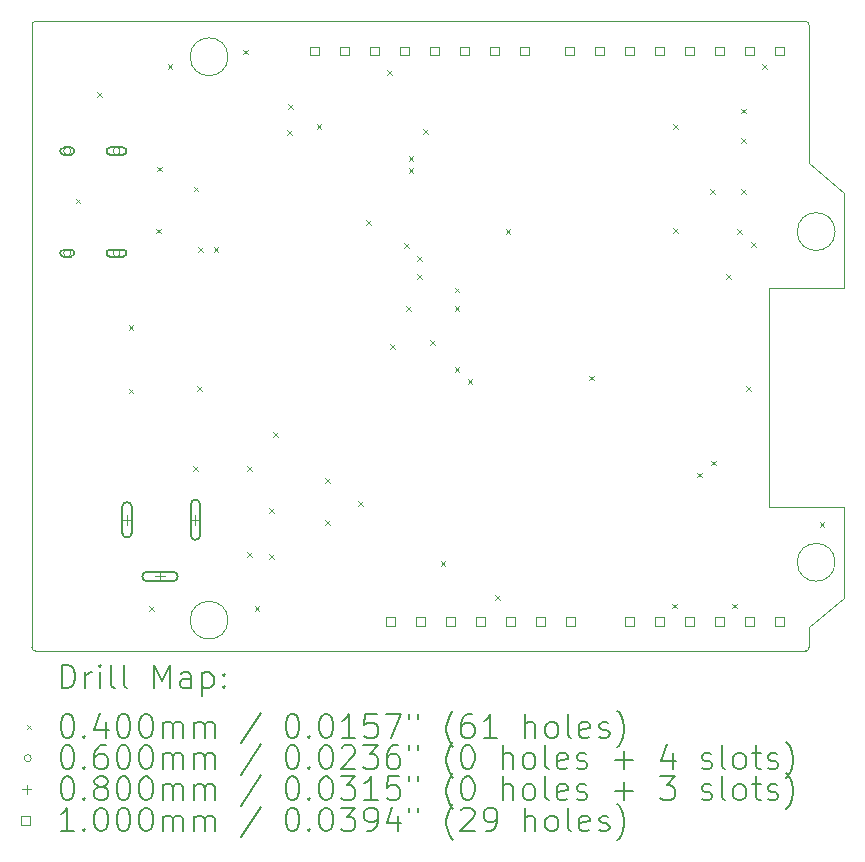
<source format=gbr>
%TF.GenerationSoftware,KiCad,Pcbnew,(6.0.9)*%
%TF.CreationDate,2023-07-14T01:44:06+02:00*%
%TF.ProjectId,Arduino_ESP,41726475-696e-46f5-9f45-53502e6b6963,rev?*%
%TF.SameCoordinates,Original*%
%TF.FileFunction,Drillmap*%
%TF.FilePolarity,Positive*%
%FSLAX45Y45*%
G04 Gerber Fmt 4.5, Leading zero omitted, Abs format (unit mm)*
G04 Created by KiCad (PCBNEW (6.0.9)) date 2023-07-14 01:44:06*
%MOMM*%
%LPD*%
G01*
G04 APERTURE LIST*
%ADD10C,0.100000*%
%ADD11C,0.200000*%
%ADD12C,0.040000*%
%ADD13C,0.060000*%
%ADD14C,0.080000*%
G04 APERTURE END LIST*
D10*
X18330000Y-11360000D02*
G75*
G03*
X18360000Y-11330000I0J30000D01*
G01*
X18360000Y-6060000D02*
X18360000Y-7230000D01*
X18360000Y-11330000D02*
X18360000Y-11160000D01*
X18580000Y-10610000D02*
G75*
G03*
X18580000Y-10610000I-160000J0D01*
G01*
X11780000Y-11330000D02*
G75*
G03*
X11810000Y-11360000I30000J0D01*
G01*
X18660000Y-8290000D02*
X18660000Y-7480000D01*
X13440000Y-6330000D02*
G75*
G03*
X13440000Y-6330000I-160000J0D01*
G01*
X18660000Y-10140000D02*
X18660000Y-10910000D01*
X18330000Y-6030000D02*
X11810000Y-6030000D01*
X18580000Y-7810000D02*
G75*
G03*
X18580000Y-7810000I-160000J0D01*
G01*
X18660000Y-10910000D02*
X18360000Y-11160000D01*
X11810000Y-11360000D02*
X18330000Y-11360000D01*
X11810000Y-6030000D02*
G75*
G03*
X11780000Y-6060000I0J-30000D01*
G01*
X13440000Y-11100000D02*
G75*
G03*
X13440000Y-11100000I-160000J0D01*
G01*
X18660000Y-7480000D02*
X18360000Y-7230000D01*
X18020000Y-10140000D02*
X18660000Y-10140000D01*
X18660000Y-8290000D02*
X18020000Y-8290000D01*
X18360000Y-6060000D02*
G75*
G03*
X18330000Y-6030000I-30000J0D01*
G01*
X18020000Y-8290000D02*
X18020000Y-10140000D01*
X11780000Y-6060000D02*
X11780000Y-11330000D01*
D11*
D12*
X12150000Y-7530000D02*
X12190000Y-7570000D01*
X12190000Y-7530000D02*
X12150000Y-7570000D01*
X12330000Y-6630000D02*
X12370000Y-6670000D01*
X12370000Y-6630000D02*
X12330000Y-6670000D01*
X12600000Y-8600000D02*
X12640000Y-8640000D01*
X12640000Y-8600000D02*
X12600000Y-8640000D01*
X12600000Y-9140000D02*
X12640000Y-9180000D01*
X12640000Y-9140000D02*
X12600000Y-9180000D01*
X12770000Y-10980000D02*
X12810000Y-11020000D01*
X12810000Y-10980000D02*
X12770000Y-11020000D01*
X12835000Y-7785000D02*
X12875000Y-7825000D01*
X12875000Y-7785000D02*
X12835000Y-7825000D01*
X12840000Y-7260000D02*
X12880000Y-7300000D01*
X12880000Y-7260000D02*
X12840000Y-7300000D01*
X12930000Y-6390000D02*
X12970000Y-6430000D01*
X12970000Y-6390000D02*
X12930000Y-6430000D01*
X13145000Y-9795000D02*
X13185000Y-9835000D01*
X13185000Y-9795000D02*
X13145000Y-9835000D01*
X13150000Y-7430000D02*
X13190000Y-7470000D01*
X13190000Y-7430000D02*
X13150000Y-7470000D01*
X13180000Y-9120000D02*
X13220000Y-9160000D01*
X13220000Y-9120000D02*
X13180000Y-9160000D01*
X13190000Y-7940000D02*
X13230000Y-7980000D01*
X13230000Y-7940000D02*
X13190000Y-7980000D01*
X13320000Y-7940000D02*
X13360000Y-7980000D01*
X13360000Y-7940000D02*
X13320000Y-7980000D01*
X13570000Y-6270000D02*
X13610000Y-6310000D01*
X13610000Y-6270000D02*
X13570000Y-6310000D01*
X13603750Y-9797500D02*
X13643750Y-9837500D01*
X13643750Y-9797500D02*
X13603750Y-9837500D01*
X13603750Y-10522500D02*
X13643750Y-10562500D01*
X13643750Y-10522500D02*
X13603750Y-10562500D01*
X13665000Y-10980000D02*
X13705000Y-11020000D01*
X13705000Y-10980000D02*
X13665000Y-11020000D01*
X13788750Y-10152500D02*
X13828750Y-10192500D01*
X13828750Y-10152500D02*
X13788750Y-10192500D01*
X13788750Y-10542500D02*
X13828750Y-10582500D01*
X13828750Y-10542500D02*
X13788750Y-10582500D01*
X13820000Y-9510000D02*
X13860000Y-9550000D01*
X13860000Y-9510000D02*
X13820000Y-9550000D01*
X13940000Y-6950000D02*
X13980000Y-6990000D01*
X13980000Y-6950000D02*
X13940000Y-6990000D01*
X13950000Y-6730000D02*
X13990000Y-6770000D01*
X13990000Y-6730000D02*
X13950000Y-6770000D01*
X14190000Y-6900000D02*
X14230000Y-6940000D01*
X14230000Y-6900000D02*
X14190000Y-6940000D01*
X14261250Y-9900000D02*
X14301250Y-9940000D01*
X14301250Y-9900000D02*
X14261250Y-9940000D01*
X14263750Y-10252500D02*
X14303750Y-10292500D01*
X14303750Y-10252500D02*
X14263750Y-10292500D01*
X14545000Y-10095000D02*
X14585000Y-10135000D01*
X14585000Y-10095000D02*
X14545000Y-10135000D01*
X14610000Y-7710000D02*
X14650000Y-7750000D01*
X14650000Y-7710000D02*
X14610000Y-7750000D01*
X14790000Y-6440000D02*
X14830000Y-6480000D01*
X14830000Y-6440000D02*
X14790000Y-6480000D01*
X14815000Y-8765000D02*
X14855000Y-8805000D01*
X14855000Y-8765000D02*
X14815000Y-8805000D01*
X14930000Y-7910000D02*
X14970000Y-7950000D01*
X14970000Y-7910000D02*
X14930000Y-7950000D01*
X14950050Y-8440000D02*
X14990050Y-8480000D01*
X14990050Y-8440000D02*
X14950050Y-8480000D01*
X14970000Y-7170000D02*
X15010000Y-7210000D01*
X15010000Y-7170000D02*
X14970000Y-7210000D01*
X14970000Y-7270000D02*
X15010000Y-7310000D01*
X15010000Y-7270000D02*
X14970000Y-7310000D01*
X15040000Y-8020000D02*
X15080000Y-8060000D01*
X15080000Y-8020000D02*
X15040000Y-8060000D01*
X15040000Y-8170000D02*
X15080000Y-8210000D01*
X15080000Y-8170000D02*
X15040000Y-8210000D01*
X15095000Y-6945000D02*
X15135000Y-6985000D01*
X15135000Y-6945000D02*
X15095000Y-6985000D01*
X15150000Y-8730000D02*
X15190000Y-8770000D01*
X15190000Y-8730000D02*
X15150000Y-8770000D01*
X15240000Y-10600000D02*
X15280000Y-10640000D01*
X15280000Y-10600000D02*
X15240000Y-10640000D01*
X15360000Y-8285000D02*
X15400000Y-8325000D01*
X15400000Y-8285000D02*
X15360000Y-8325000D01*
X15360000Y-8440000D02*
X15400000Y-8480000D01*
X15400000Y-8440000D02*
X15360000Y-8480000D01*
X15360000Y-8960000D02*
X15400000Y-9000000D01*
X15400000Y-8960000D02*
X15360000Y-9000000D01*
X15470000Y-9060000D02*
X15510000Y-9100000D01*
X15510000Y-9060000D02*
X15470000Y-9100000D01*
X15700000Y-10890000D02*
X15740000Y-10930000D01*
X15740000Y-10890000D02*
X15700000Y-10930000D01*
X15790000Y-7790000D02*
X15830000Y-7830000D01*
X15830000Y-7790000D02*
X15790000Y-7830000D01*
X16500000Y-9030000D02*
X16540000Y-9070000D01*
X16540000Y-9030000D02*
X16500000Y-9070000D01*
X17200000Y-10960000D02*
X17240000Y-11000000D01*
X17240000Y-10960000D02*
X17200000Y-11000000D01*
X17210000Y-6900000D02*
X17250000Y-6940000D01*
X17250000Y-6900000D02*
X17210000Y-6940000D01*
X17210000Y-7780000D02*
X17250000Y-7820000D01*
X17250000Y-7780000D02*
X17210000Y-7820000D01*
X17410000Y-9850000D02*
X17450000Y-9890000D01*
X17450000Y-9850000D02*
X17410000Y-9890000D01*
X17520000Y-7450000D02*
X17560000Y-7490000D01*
X17560000Y-7450000D02*
X17520000Y-7490000D01*
X17530000Y-9750000D02*
X17570000Y-9790000D01*
X17570000Y-9750000D02*
X17530000Y-9790000D01*
X17660000Y-8170000D02*
X17700000Y-8210000D01*
X17700000Y-8170000D02*
X17660000Y-8210000D01*
X17710000Y-10960000D02*
X17750000Y-11000000D01*
X17750000Y-10960000D02*
X17710000Y-11000000D01*
X17750000Y-7790000D02*
X17790000Y-7830000D01*
X17790000Y-7790000D02*
X17750000Y-7830000D01*
X17782500Y-6770000D02*
X17822500Y-6810000D01*
X17822500Y-6770000D02*
X17782500Y-6810000D01*
X17782500Y-7020000D02*
X17822500Y-7060000D01*
X17822500Y-7020000D02*
X17782500Y-7060000D01*
X17782500Y-7450000D02*
X17822500Y-7490000D01*
X17822500Y-7450000D02*
X17782500Y-7490000D01*
X17830000Y-9120000D02*
X17870000Y-9160000D01*
X17870000Y-9120000D02*
X17830000Y-9160000D01*
X17870000Y-7900000D02*
X17910000Y-7940000D01*
X17910000Y-7900000D02*
X17870000Y-7940000D01*
X17960000Y-6390000D02*
X18000000Y-6430000D01*
X18000000Y-6390000D02*
X17960000Y-6430000D01*
X18450000Y-10270000D02*
X18490000Y-10310000D01*
X18490000Y-10270000D02*
X18450000Y-10310000D01*
D13*
X12109000Y-7128000D02*
G75*
G03*
X12109000Y-7128000I-30000J0D01*
G01*
D11*
X12109000Y-7098000D02*
X12049000Y-7098000D01*
X12109000Y-7158000D02*
X12049000Y-7158000D01*
X12049000Y-7098000D02*
G75*
G03*
X12049000Y-7158000I0J-30000D01*
G01*
X12109000Y-7158000D02*
G75*
G03*
X12109000Y-7098000I0J30000D01*
G01*
D13*
X12109000Y-7992000D02*
G75*
G03*
X12109000Y-7992000I-30000J0D01*
G01*
D11*
X12109000Y-7962000D02*
X12049000Y-7962000D01*
X12109000Y-8022000D02*
X12049000Y-8022000D01*
X12049000Y-7962000D02*
G75*
G03*
X12049000Y-8022000I0J-30000D01*
G01*
X12109000Y-8022000D02*
G75*
G03*
X12109000Y-7962000I0J30000D01*
G01*
D13*
X12527000Y-7128000D02*
G75*
G03*
X12527000Y-7128000I-30000J0D01*
G01*
D11*
X12552000Y-7098000D02*
X12442000Y-7098000D01*
X12552000Y-7158000D02*
X12442000Y-7158000D01*
X12442000Y-7098000D02*
G75*
G03*
X12442000Y-7158000I0J-30000D01*
G01*
X12552000Y-7158000D02*
G75*
G03*
X12552000Y-7098000I0J30000D01*
G01*
D13*
X12527000Y-7992000D02*
G75*
G03*
X12527000Y-7992000I-30000J0D01*
G01*
D11*
X12552000Y-7962000D02*
X12442000Y-7962000D01*
X12552000Y-8022000D02*
X12442000Y-8022000D01*
X12442000Y-7962000D02*
G75*
G03*
X12442000Y-8022000I0J-30000D01*
G01*
X12552000Y-8022000D02*
G75*
G03*
X12552000Y-7962000I0J30000D01*
G01*
D14*
X12585000Y-10210000D02*
X12585000Y-10290000D01*
X12545000Y-10250000D02*
X12625000Y-10250000D01*
D11*
X12545000Y-10140000D02*
X12545000Y-10360000D01*
X12625000Y-10140000D02*
X12625000Y-10360000D01*
X12545000Y-10360000D02*
G75*
G03*
X12625000Y-10360000I40000J0D01*
G01*
X12625000Y-10140000D02*
G75*
G03*
X12545000Y-10140000I-40000J0D01*
G01*
D14*
X12865000Y-10690000D02*
X12865000Y-10770000D01*
X12825000Y-10730000D02*
X12905000Y-10730000D01*
D11*
X12755000Y-10770000D02*
X12975000Y-10770000D01*
X12755000Y-10690000D02*
X12975000Y-10690000D01*
X12975000Y-10770000D02*
G75*
G03*
X12975000Y-10690000I0J40000D01*
G01*
X12755000Y-10690000D02*
G75*
G03*
X12755000Y-10770000I0J-40000D01*
G01*
D14*
X13165000Y-10210000D02*
X13165000Y-10290000D01*
X13125000Y-10250000D02*
X13205000Y-10250000D01*
D11*
X13125000Y-10120000D02*
X13125000Y-10380000D01*
X13205000Y-10120000D02*
X13205000Y-10380000D01*
X13125000Y-10380000D02*
G75*
G03*
X13205000Y-10380000I40000J0D01*
G01*
X13205000Y-10120000D02*
G75*
G03*
X13125000Y-10120000I-40000J0D01*
G01*
D10*
X14207356Y-6315356D02*
X14207356Y-6244644D01*
X14136644Y-6244644D01*
X14136644Y-6315356D01*
X14207356Y-6315356D01*
X14461356Y-6315356D02*
X14461356Y-6244644D01*
X14390644Y-6244644D01*
X14390644Y-6315356D01*
X14461356Y-6315356D01*
X14715356Y-6315356D02*
X14715356Y-6244644D01*
X14644644Y-6244644D01*
X14644644Y-6315356D01*
X14715356Y-6315356D01*
X14851356Y-11145356D02*
X14851356Y-11074644D01*
X14780644Y-11074644D01*
X14780644Y-11145356D01*
X14851356Y-11145356D01*
X14969356Y-6315356D02*
X14969356Y-6244644D01*
X14898644Y-6244644D01*
X14898644Y-6315356D01*
X14969356Y-6315356D01*
X15105356Y-11145356D02*
X15105356Y-11074644D01*
X15034644Y-11074644D01*
X15034644Y-11145356D01*
X15105356Y-11145356D01*
X15223356Y-6315356D02*
X15223356Y-6244644D01*
X15152644Y-6244644D01*
X15152644Y-6315356D01*
X15223356Y-6315356D01*
X15359356Y-11145356D02*
X15359356Y-11074644D01*
X15288644Y-11074644D01*
X15288644Y-11145356D01*
X15359356Y-11145356D01*
X15477356Y-6315356D02*
X15477356Y-6244644D01*
X15406644Y-6244644D01*
X15406644Y-6315356D01*
X15477356Y-6315356D01*
X15613356Y-11145356D02*
X15613356Y-11074644D01*
X15542644Y-11074644D01*
X15542644Y-11145356D01*
X15613356Y-11145356D01*
X15731356Y-6315356D02*
X15731356Y-6244644D01*
X15660644Y-6244644D01*
X15660644Y-6315356D01*
X15731356Y-6315356D01*
X15867356Y-11145356D02*
X15867356Y-11074644D01*
X15796644Y-11074644D01*
X15796644Y-11145356D01*
X15867356Y-11145356D01*
X15985356Y-6315356D02*
X15985356Y-6244644D01*
X15914644Y-6244644D01*
X15914644Y-6315356D01*
X15985356Y-6315356D01*
X16121356Y-11145356D02*
X16121356Y-11074644D01*
X16050644Y-11074644D01*
X16050644Y-11145356D01*
X16121356Y-11145356D01*
X16367356Y-6315356D02*
X16367356Y-6244644D01*
X16296644Y-6244644D01*
X16296644Y-6315356D01*
X16367356Y-6315356D01*
X16375356Y-11145356D02*
X16375356Y-11074644D01*
X16304644Y-11074644D01*
X16304644Y-11145356D01*
X16375356Y-11145356D01*
X16621356Y-6315356D02*
X16621356Y-6244644D01*
X16550644Y-6244644D01*
X16550644Y-6315356D01*
X16621356Y-6315356D01*
X16875356Y-6315356D02*
X16875356Y-6244644D01*
X16804644Y-6244644D01*
X16804644Y-6315356D01*
X16875356Y-6315356D01*
X16875356Y-11145356D02*
X16875356Y-11074644D01*
X16804644Y-11074644D01*
X16804644Y-11145356D01*
X16875356Y-11145356D01*
X17129356Y-6315356D02*
X17129356Y-6244644D01*
X17058644Y-6244644D01*
X17058644Y-6315356D01*
X17129356Y-6315356D01*
X17129356Y-11145356D02*
X17129356Y-11074644D01*
X17058644Y-11074644D01*
X17058644Y-11145356D01*
X17129356Y-11145356D01*
X17383356Y-6315356D02*
X17383356Y-6244644D01*
X17312644Y-6244644D01*
X17312644Y-6315356D01*
X17383356Y-6315356D01*
X17383356Y-11145356D02*
X17383356Y-11074644D01*
X17312644Y-11074644D01*
X17312644Y-11145356D01*
X17383356Y-11145356D01*
X17637356Y-6315356D02*
X17637356Y-6244644D01*
X17566644Y-6244644D01*
X17566644Y-6315356D01*
X17637356Y-6315356D01*
X17637356Y-11145356D02*
X17637356Y-11074644D01*
X17566644Y-11074644D01*
X17566644Y-11145356D01*
X17637356Y-11145356D01*
X17891356Y-6315356D02*
X17891356Y-6244644D01*
X17820644Y-6244644D01*
X17820644Y-6315356D01*
X17891356Y-6315356D01*
X17891356Y-11145356D02*
X17891356Y-11074644D01*
X17820644Y-11074644D01*
X17820644Y-11145356D01*
X17891356Y-11145356D01*
X18145356Y-6315356D02*
X18145356Y-6244644D01*
X18074644Y-6244644D01*
X18074644Y-6315356D01*
X18145356Y-6315356D01*
X18145356Y-11145356D02*
X18145356Y-11074644D01*
X18074644Y-11074644D01*
X18074644Y-11145356D01*
X18145356Y-11145356D01*
D11*
X12032619Y-11675476D02*
X12032619Y-11475476D01*
X12080238Y-11475476D01*
X12108809Y-11485000D01*
X12127857Y-11504048D01*
X12137381Y-11523095D01*
X12146905Y-11561190D01*
X12146905Y-11589762D01*
X12137381Y-11627857D01*
X12127857Y-11646905D01*
X12108809Y-11665952D01*
X12080238Y-11675476D01*
X12032619Y-11675476D01*
X12232619Y-11675476D02*
X12232619Y-11542143D01*
X12232619Y-11580238D02*
X12242143Y-11561190D01*
X12251667Y-11551667D01*
X12270714Y-11542143D01*
X12289762Y-11542143D01*
X12356428Y-11675476D02*
X12356428Y-11542143D01*
X12356428Y-11475476D02*
X12346905Y-11485000D01*
X12356428Y-11494524D01*
X12365952Y-11485000D01*
X12356428Y-11475476D01*
X12356428Y-11494524D01*
X12480238Y-11675476D02*
X12461190Y-11665952D01*
X12451667Y-11646905D01*
X12451667Y-11475476D01*
X12585000Y-11675476D02*
X12565952Y-11665952D01*
X12556428Y-11646905D01*
X12556428Y-11475476D01*
X12813571Y-11675476D02*
X12813571Y-11475476D01*
X12880238Y-11618333D01*
X12946905Y-11475476D01*
X12946905Y-11675476D01*
X13127857Y-11675476D02*
X13127857Y-11570714D01*
X13118333Y-11551667D01*
X13099286Y-11542143D01*
X13061190Y-11542143D01*
X13042143Y-11551667D01*
X13127857Y-11665952D02*
X13108809Y-11675476D01*
X13061190Y-11675476D01*
X13042143Y-11665952D01*
X13032619Y-11646905D01*
X13032619Y-11627857D01*
X13042143Y-11608809D01*
X13061190Y-11599286D01*
X13108809Y-11599286D01*
X13127857Y-11589762D01*
X13223095Y-11542143D02*
X13223095Y-11742143D01*
X13223095Y-11551667D02*
X13242143Y-11542143D01*
X13280238Y-11542143D01*
X13299286Y-11551667D01*
X13308809Y-11561190D01*
X13318333Y-11580238D01*
X13318333Y-11637381D01*
X13308809Y-11656428D01*
X13299286Y-11665952D01*
X13280238Y-11675476D01*
X13242143Y-11675476D01*
X13223095Y-11665952D01*
X13404048Y-11656428D02*
X13413571Y-11665952D01*
X13404048Y-11675476D01*
X13394524Y-11665952D01*
X13404048Y-11656428D01*
X13404048Y-11675476D01*
X13404048Y-11551667D02*
X13413571Y-11561190D01*
X13404048Y-11570714D01*
X13394524Y-11561190D01*
X13404048Y-11551667D01*
X13404048Y-11570714D01*
D12*
X11735000Y-11985000D02*
X11775000Y-12025000D01*
X11775000Y-11985000D02*
X11735000Y-12025000D01*
D11*
X12070714Y-11895476D02*
X12089762Y-11895476D01*
X12108809Y-11905000D01*
X12118333Y-11914524D01*
X12127857Y-11933571D01*
X12137381Y-11971667D01*
X12137381Y-12019286D01*
X12127857Y-12057381D01*
X12118333Y-12076428D01*
X12108809Y-12085952D01*
X12089762Y-12095476D01*
X12070714Y-12095476D01*
X12051667Y-12085952D01*
X12042143Y-12076428D01*
X12032619Y-12057381D01*
X12023095Y-12019286D01*
X12023095Y-11971667D01*
X12032619Y-11933571D01*
X12042143Y-11914524D01*
X12051667Y-11905000D01*
X12070714Y-11895476D01*
X12223095Y-12076428D02*
X12232619Y-12085952D01*
X12223095Y-12095476D01*
X12213571Y-12085952D01*
X12223095Y-12076428D01*
X12223095Y-12095476D01*
X12404048Y-11962143D02*
X12404048Y-12095476D01*
X12356428Y-11885952D02*
X12308809Y-12028809D01*
X12432619Y-12028809D01*
X12546905Y-11895476D02*
X12565952Y-11895476D01*
X12585000Y-11905000D01*
X12594524Y-11914524D01*
X12604048Y-11933571D01*
X12613571Y-11971667D01*
X12613571Y-12019286D01*
X12604048Y-12057381D01*
X12594524Y-12076428D01*
X12585000Y-12085952D01*
X12565952Y-12095476D01*
X12546905Y-12095476D01*
X12527857Y-12085952D01*
X12518333Y-12076428D01*
X12508809Y-12057381D01*
X12499286Y-12019286D01*
X12499286Y-11971667D01*
X12508809Y-11933571D01*
X12518333Y-11914524D01*
X12527857Y-11905000D01*
X12546905Y-11895476D01*
X12737381Y-11895476D02*
X12756428Y-11895476D01*
X12775476Y-11905000D01*
X12785000Y-11914524D01*
X12794524Y-11933571D01*
X12804048Y-11971667D01*
X12804048Y-12019286D01*
X12794524Y-12057381D01*
X12785000Y-12076428D01*
X12775476Y-12085952D01*
X12756428Y-12095476D01*
X12737381Y-12095476D01*
X12718333Y-12085952D01*
X12708809Y-12076428D01*
X12699286Y-12057381D01*
X12689762Y-12019286D01*
X12689762Y-11971667D01*
X12699286Y-11933571D01*
X12708809Y-11914524D01*
X12718333Y-11905000D01*
X12737381Y-11895476D01*
X12889762Y-12095476D02*
X12889762Y-11962143D01*
X12889762Y-11981190D02*
X12899286Y-11971667D01*
X12918333Y-11962143D01*
X12946905Y-11962143D01*
X12965952Y-11971667D01*
X12975476Y-11990714D01*
X12975476Y-12095476D01*
X12975476Y-11990714D02*
X12985000Y-11971667D01*
X13004048Y-11962143D01*
X13032619Y-11962143D01*
X13051667Y-11971667D01*
X13061190Y-11990714D01*
X13061190Y-12095476D01*
X13156428Y-12095476D02*
X13156428Y-11962143D01*
X13156428Y-11981190D02*
X13165952Y-11971667D01*
X13185000Y-11962143D01*
X13213571Y-11962143D01*
X13232619Y-11971667D01*
X13242143Y-11990714D01*
X13242143Y-12095476D01*
X13242143Y-11990714D02*
X13251667Y-11971667D01*
X13270714Y-11962143D01*
X13299286Y-11962143D01*
X13318333Y-11971667D01*
X13327857Y-11990714D01*
X13327857Y-12095476D01*
X13718333Y-11885952D02*
X13546905Y-12143095D01*
X13975476Y-11895476D02*
X13994524Y-11895476D01*
X14013571Y-11905000D01*
X14023095Y-11914524D01*
X14032619Y-11933571D01*
X14042143Y-11971667D01*
X14042143Y-12019286D01*
X14032619Y-12057381D01*
X14023095Y-12076428D01*
X14013571Y-12085952D01*
X13994524Y-12095476D01*
X13975476Y-12095476D01*
X13956428Y-12085952D01*
X13946905Y-12076428D01*
X13937381Y-12057381D01*
X13927857Y-12019286D01*
X13927857Y-11971667D01*
X13937381Y-11933571D01*
X13946905Y-11914524D01*
X13956428Y-11905000D01*
X13975476Y-11895476D01*
X14127857Y-12076428D02*
X14137381Y-12085952D01*
X14127857Y-12095476D01*
X14118333Y-12085952D01*
X14127857Y-12076428D01*
X14127857Y-12095476D01*
X14261190Y-11895476D02*
X14280238Y-11895476D01*
X14299286Y-11905000D01*
X14308809Y-11914524D01*
X14318333Y-11933571D01*
X14327857Y-11971667D01*
X14327857Y-12019286D01*
X14318333Y-12057381D01*
X14308809Y-12076428D01*
X14299286Y-12085952D01*
X14280238Y-12095476D01*
X14261190Y-12095476D01*
X14242143Y-12085952D01*
X14232619Y-12076428D01*
X14223095Y-12057381D01*
X14213571Y-12019286D01*
X14213571Y-11971667D01*
X14223095Y-11933571D01*
X14232619Y-11914524D01*
X14242143Y-11905000D01*
X14261190Y-11895476D01*
X14518333Y-12095476D02*
X14404048Y-12095476D01*
X14461190Y-12095476D02*
X14461190Y-11895476D01*
X14442143Y-11924048D01*
X14423095Y-11943095D01*
X14404048Y-11952619D01*
X14699286Y-11895476D02*
X14604048Y-11895476D01*
X14594524Y-11990714D01*
X14604048Y-11981190D01*
X14623095Y-11971667D01*
X14670714Y-11971667D01*
X14689762Y-11981190D01*
X14699286Y-11990714D01*
X14708809Y-12009762D01*
X14708809Y-12057381D01*
X14699286Y-12076428D01*
X14689762Y-12085952D01*
X14670714Y-12095476D01*
X14623095Y-12095476D01*
X14604048Y-12085952D01*
X14594524Y-12076428D01*
X14775476Y-11895476D02*
X14908809Y-11895476D01*
X14823095Y-12095476D01*
X14975476Y-11895476D02*
X14975476Y-11933571D01*
X15051667Y-11895476D02*
X15051667Y-11933571D01*
X15346905Y-12171667D02*
X15337381Y-12162143D01*
X15318333Y-12133571D01*
X15308809Y-12114524D01*
X15299286Y-12085952D01*
X15289762Y-12038333D01*
X15289762Y-12000238D01*
X15299286Y-11952619D01*
X15308809Y-11924048D01*
X15318333Y-11905000D01*
X15337381Y-11876428D01*
X15346905Y-11866905D01*
X15508809Y-11895476D02*
X15470714Y-11895476D01*
X15451667Y-11905000D01*
X15442143Y-11914524D01*
X15423095Y-11943095D01*
X15413571Y-11981190D01*
X15413571Y-12057381D01*
X15423095Y-12076428D01*
X15432619Y-12085952D01*
X15451667Y-12095476D01*
X15489762Y-12095476D01*
X15508809Y-12085952D01*
X15518333Y-12076428D01*
X15527857Y-12057381D01*
X15527857Y-12009762D01*
X15518333Y-11990714D01*
X15508809Y-11981190D01*
X15489762Y-11971667D01*
X15451667Y-11971667D01*
X15432619Y-11981190D01*
X15423095Y-11990714D01*
X15413571Y-12009762D01*
X15718333Y-12095476D02*
X15604048Y-12095476D01*
X15661190Y-12095476D02*
X15661190Y-11895476D01*
X15642143Y-11924048D01*
X15623095Y-11943095D01*
X15604048Y-11952619D01*
X15956428Y-12095476D02*
X15956428Y-11895476D01*
X16042143Y-12095476D02*
X16042143Y-11990714D01*
X16032619Y-11971667D01*
X16013571Y-11962143D01*
X15985000Y-11962143D01*
X15965952Y-11971667D01*
X15956428Y-11981190D01*
X16165952Y-12095476D02*
X16146905Y-12085952D01*
X16137381Y-12076428D01*
X16127857Y-12057381D01*
X16127857Y-12000238D01*
X16137381Y-11981190D01*
X16146905Y-11971667D01*
X16165952Y-11962143D01*
X16194524Y-11962143D01*
X16213571Y-11971667D01*
X16223095Y-11981190D01*
X16232619Y-12000238D01*
X16232619Y-12057381D01*
X16223095Y-12076428D01*
X16213571Y-12085952D01*
X16194524Y-12095476D01*
X16165952Y-12095476D01*
X16346905Y-12095476D02*
X16327857Y-12085952D01*
X16318333Y-12066905D01*
X16318333Y-11895476D01*
X16499286Y-12085952D02*
X16480238Y-12095476D01*
X16442143Y-12095476D01*
X16423095Y-12085952D01*
X16413571Y-12066905D01*
X16413571Y-11990714D01*
X16423095Y-11971667D01*
X16442143Y-11962143D01*
X16480238Y-11962143D01*
X16499286Y-11971667D01*
X16508809Y-11990714D01*
X16508809Y-12009762D01*
X16413571Y-12028809D01*
X16585000Y-12085952D02*
X16604048Y-12095476D01*
X16642143Y-12095476D01*
X16661190Y-12085952D01*
X16670714Y-12066905D01*
X16670714Y-12057381D01*
X16661190Y-12038333D01*
X16642143Y-12028809D01*
X16613571Y-12028809D01*
X16594524Y-12019286D01*
X16585000Y-12000238D01*
X16585000Y-11990714D01*
X16594524Y-11971667D01*
X16613571Y-11962143D01*
X16642143Y-11962143D01*
X16661190Y-11971667D01*
X16737381Y-12171667D02*
X16746905Y-12162143D01*
X16765952Y-12133571D01*
X16775476Y-12114524D01*
X16785000Y-12085952D01*
X16794524Y-12038333D01*
X16794524Y-12000238D01*
X16785000Y-11952619D01*
X16775476Y-11924048D01*
X16765952Y-11905000D01*
X16746905Y-11876428D01*
X16737381Y-11866905D01*
D13*
X11775000Y-12269000D02*
G75*
G03*
X11775000Y-12269000I-30000J0D01*
G01*
D11*
X12070714Y-12159476D02*
X12089762Y-12159476D01*
X12108809Y-12169000D01*
X12118333Y-12178524D01*
X12127857Y-12197571D01*
X12137381Y-12235667D01*
X12137381Y-12283286D01*
X12127857Y-12321381D01*
X12118333Y-12340428D01*
X12108809Y-12349952D01*
X12089762Y-12359476D01*
X12070714Y-12359476D01*
X12051667Y-12349952D01*
X12042143Y-12340428D01*
X12032619Y-12321381D01*
X12023095Y-12283286D01*
X12023095Y-12235667D01*
X12032619Y-12197571D01*
X12042143Y-12178524D01*
X12051667Y-12169000D01*
X12070714Y-12159476D01*
X12223095Y-12340428D02*
X12232619Y-12349952D01*
X12223095Y-12359476D01*
X12213571Y-12349952D01*
X12223095Y-12340428D01*
X12223095Y-12359476D01*
X12404048Y-12159476D02*
X12365952Y-12159476D01*
X12346905Y-12169000D01*
X12337381Y-12178524D01*
X12318333Y-12207095D01*
X12308809Y-12245190D01*
X12308809Y-12321381D01*
X12318333Y-12340428D01*
X12327857Y-12349952D01*
X12346905Y-12359476D01*
X12385000Y-12359476D01*
X12404048Y-12349952D01*
X12413571Y-12340428D01*
X12423095Y-12321381D01*
X12423095Y-12273762D01*
X12413571Y-12254714D01*
X12404048Y-12245190D01*
X12385000Y-12235667D01*
X12346905Y-12235667D01*
X12327857Y-12245190D01*
X12318333Y-12254714D01*
X12308809Y-12273762D01*
X12546905Y-12159476D02*
X12565952Y-12159476D01*
X12585000Y-12169000D01*
X12594524Y-12178524D01*
X12604048Y-12197571D01*
X12613571Y-12235667D01*
X12613571Y-12283286D01*
X12604048Y-12321381D01*
X12594524Y-12340428D01*
X12585000Y-12349952D01*
X12565952Y-12359476D01*
X12546905Y-12359476D01*
X12527857Y-12349952D01*
X12518333Y-12340428D01*
X12508809Y-12321381D01*
X12499286Y-12283286D01*
X12499286Y-12235667D01*
X12508809Y-12197571D01*
X12518333Y-12178524D01*
X12527857Y-12169000D01*
X12546905Y-12159476D01*
X12737381Y-12159476D02*
X12756428Y-12159476D01*
X12775476Y-12169000D01*
X12785000Y-12178524D01*
X12794524Y-12197571D01*
X12804048Y-12235667D01*
X12804048Y-12283286D01*
X12794524Y-12321381D01*
X12785000Y-12340428D01*
X12775476Y-12349952D01*
X12756428Y-12359476D01*
X12737381Y-12359476D01*
X12718333Y-12349952D01*
X12708809Y-12340428D01*
X12699286Y-12321381D01*
X12689762Y-12283286D01*
X12689762Y-12235667D01*
X12699286Y-12197571D01*
X12708809Y-12178524D01*
X12718333Y-12169000D01*
X12737381Y-12159476D01*
X12889762Y-12359476D02*
X12889762Y-12226143D01*
X12889762Y-12245190D02*
X12899286Y-12235667D01*
X12918333Y-12226143D01*
X12946905Y-12226143D01*
X12965952Y-12235667D01*
X12975476Y-12254714D01*
X12975476Y-12359476D01*
X12975476Y-12254714D02*
X12985000Y-12235667D01*
X13004048Y-12226143D01*
X13032619Y-12226143D01*
X13051667Y-12235667D01*
X13061190Y-12254714D01*
X13061190Y-12359476D01*
X13156428Y-12359476D02*
X13156428Y-12226143D01*
X13156428Y-12245190D02*
X13165952Y-12235667D01*
X13185000Y-12226143D01*
X13213571Y-12226143D01*
X13232619Y-12235667D01*
X13242143Y-12254714D01*
X13242143Y-12359476D01*
X13242143Y-12254714D02*
X13251667Y-12235667D01*
X13270714Y-12226143D01*
X13299286Y-12226143D01*
X13318333Y-12235667D01*
X13327857Y-12254714D01*
X13327857Y-12359476D01*
X13718333Y-12149952D02*
X13546905Y-12407095D01*
X13975476Y-12159476D02*
X13994524Y-12159476D01*
X14013571Y-12169000D01*
X14023095Y-12178524D01*
X14032619Y-12197571D01*
X14042143Y-12235667D01*
X14042143Y-12283286D01*
X14032619Y-12321381D01*
X14023095Y-12340428D01*
X14013571Y-12349952D01*
X13994524Y-12359476D01*
X13975476Y-12359476D01*
X13956428Y-12349952D01*
X13946905Y-12340428D01*
X13937381Y-12321381D01*
X13927857Y-12283286D01*
X13927857Y-12235667D01*
X13937381Y-12197571D01*
X13946905Y-12178524D01*
X13956428Y-12169000D01*
X13975476Y-12159476D01*
X14127857Y-12340428D02*
X14137381Y-12349952D01*
X14127857Y-12359476D01*
X14118333Y-12349952D01*
X14127857Y-12340428D01*
X14127857Y-12359476D01*
X14261190Y-12159476D02*
X14280238Y-12159476D01*
X14299286Y-12169000D01*
X14308809Y-12178524D01*
X14318333Y-12197571D01*
X14327857Y-12235667D01*
X14327857Y-12283286D01*
X14318333Y-12321381D01*
X14308809Y-12340428D01*
X14299286Y-12349952D01*
X14280238Y-12359476D01*
X14261190Y-12359476D01*
X14242143Y-12349952D01*
X14232619Y-12340428D01*
X14223095Y-12321381D01*
X14213571Y-12283286D01*
X14213571Y-12235667D01*
X14223095Y-12197571D01*
X14232619Y-12178524D01*
X14242143Y-12169000D01*
X14261190Y-12159476D01*
X14404048Y-12178524D02*
X14413571Y-12169000D01*
X14432619Y-12159476D01*
X14480238Y-12159476D01*
X14499286Y-12169000D01*
X14508809Y-12178524D01*
X14518333Y-12197571D01*
X14518333Y-12216619D01*
X14508809Y-12245190D01*
X14394524Y-12359476D01*
X14518333Y-12359476D01*
X14585000Y-12159476D02*
X14708809Y-12159476D01*
X14642143Y-12235667D01*
X14670714Y-12235667D01*
X14689762Y-12245190D01*
X14699286Y-12254714D01*
X14708809Y-12273762D01*
X14708809Y-12321381D01*
X14699286Y-12340428D01*
X14689762Y-12349952D01*
X14670714Y-12359476D01*
X14613571Y-12359476D01*
X14594524Y-12349952D01*
X14585000Y-12340428D01*
X14880238Y-12159476D02*
X14842143Y-12159476D01*
X14823095Y-12169000D01*
X14813571Y-12178524D01*
X14794524Y-12207095D01*
X14785000Y-12245190D01*
X14785000Y-12321381D01*
X14794524Y-12340428D01*
X14804048Y-12349952D01*
X14823095Y-12359476D01*
X14861190Y-12359476D01*
X14880238Y-12349952D01*
X14889762Y-12340428D01*
X14899286Y-12321381D01*
X14899286Y-12273762D01*
X14889762Y-12254714D01*
X14880238Y-12245190D01*
X14861190Y-12235667D01*
X14823095Y-12235667D01*
X14804048Y-12245190D01*
X14794524Y-12254714D01*
X14785000Y-12273762D01*
X14975476Y-12159476D02*
X14975476Y-12197571D01*
X15051667Y-12159476D02*
X15051667Y-12197571D01*
X15346905Y-12435667D02*
X15337381Y-12426143D01*
X15318333Y-12397571D01*
X15308809Y-12378524D01*
X15299286Y-12349952D01*
X15289762Y-12302333D01*
X15289762Y-12264238D01*
X15299286Y-12216619D01*
X15308809Y-12188048D01*
X15318333Y-12169000D01*
X15337381Y-12140428D01*
X15346905Y-12130905D01*
X15461190Y-12159476D02*
X15480238Y-12159476D01*
X15499286Y-12169000D01*
X15508809Y-12178524D01*
X15518333Y-12197571D01*
X15527857Y-12235667D01*
X15527857Y-12283286D01*
X15518333Y-12321381D01*
X15508809Y-12340428D01*
X15499286Y-12349952D01*
X15480238Y-12359476D01*
X15461190Y-12359476D01*
X15442143Y-12349952D01*
X15432619Y-12340428D01*
X15423095Y-12321381D01*
X15413571Y-12283286D01*
X15413571Y-12235667D01*
X15423095Y-12197571D01*
X15432619Y-12178524D01*
X15442143Y-12169000D01*
X15461190Y-12159476D01*
X15765952Y-12359476D02*
X15765952Y-12159476D01*
X15851667Y-12359476D02*
X15851667Y-12254714D01*
X15842143Y-12235667D01*
X15823095Y-12226143D01*
X15794524Y-12226143D01*
X15775476Y-12235667D01*
X15765952Y-12245190D01*
X15975476Y-12359476D02*
X15956428Y-12349952D01*
X15946905Y-12340428D01*
X15937381Y-12321381D01*
X15937381Y-12264238D01*
X15946905Y-12245190D01*
X15956428Y-12235667D01*
X15975476Y-12226143D01*
X16004048Y-12226143D01*
X16023095Y-12235667D01*
X16032619Y-12245190D01*
X16042143Y-12264238D01*
X16042143Y-12321381D01*
X16032619Y-12340428D01*
X16023095Y-12349952D01*
X16004048Y-12359476D01*
X15975476Y-12359476D01*
X16156428Y-12359476D02*
X16137381Y-12349952D01*
X16127857Y-12330905D01*
X16127857Y-12159476D01*
X16308809Y-12349952D02*
X16289762Y-12359476D01*
X16251667Y-12359476D01*
X16232619Y-12349952D01*
X16223095Y-12330905D01*
X16223095Y-12254714D01*
X16232619Y-12235667D01*
X16251667Y-12226143D01*
X16289762Y-12226143D01*
X16308809Y-12235667D01*
X16318333Y-12254714D01*
X16318333Y-12273762D01*
X16223095Y-12292809D01*
X16394524Y-12349952D02*
X16413571Y-12359476D01*
X16451667Y-12359476D01*
X16470714Y-12349952D01*
X16480238Y-12330905D01*
X16480238Y-12321381D01*
X16470714Y-12302333D01*
X16451667Y-12292809D01*
X16423095Y-12292809D01*
X16404048Y-12283286D01*
X16394524Y-12264238D01*
X16394524Y-12254714D01*
X16404048Y-12235667D01*
X16423095Y-12226143D01*
X16451667Y-12226143D01*
X16470714Y-12235667D01*
X16718333Y-12283286D02*
X16870714Y-12283286D01*
X16794524Y-12359476D02*
X16794524Y-12207095D01*
X17204048Y-12226143D02*
X17204048Y-12359476D01*
X17156429Y-12149952D02*
X17108810Y-12292809D01*
X17232619Y-12292809D01*
X17451667Y-12349952D02*
X17470714Y-12359476D01*
X17508810Y-12359476D01*
X17527857Y-12349952D01*
X17537381Y-12330905D01*
X17537381Y-12321381D01*
X17527857Y-12302333D01*
X17508810Y-12292809D01*
X17480238Y-12292809D01*
X17461190Y-12283286D01*
X17451667Y-12264238D01*
X17451667Y-12254714D01*
X17461190Y-12235667D01*
X17480238Y-12226143D01*
X17508810Y-12226143D01*
X17527857Y-12235667D01*
X17651667Y-12359476D02*
X17632619Y-12349952D01*
X17623095Y-12330905D01*
X17623095Y-12159476D01*
X17756429Y-12359476D02*
X17737381Y-12349952D01*
X17727857Y-12340428D01*
X17718333Y-12321381D01*
X17718333Y-12264238D01*
X17727857Y-12245190D01*
X17737381Y-12235667D01*
X17756429Y-12226143D01*
X17785000Y-12226143D01*
X17804048Y-12235667D01*
X17813571Y-12245190D01*
X17823095Y-12264238D01*
X17823095Y-12321381D01*
X17813571Y-12340428D01*
X17804048Y-12349952D01*
X17785000Y-12359476D01*
X17756429Y-12359476D01*
X17880238Y-12226143D02*
X17956429Y-12226143D01*
X17908810Y-12159476D02*
X17908810Y-12330905D01*
X17918333Y-12349952D01*
X17937381Y-12359476D01*
X17956429Y-12359476D01*
X18013571Y-12349952D02*
X18032619Y-12359476D01*
X18070714Y-12359476D01*
X18089762Y-12349952D01*
X18099286Y-12330905D01*
X18099286Y-12321381D01*
X18089762Y-12302333D01*
X18070714Y-12292809D01*
X18042143Y-12292809D01*
X18023095Y-12283286D01*
X18013571Y-12264238D01*
X18013571Y-12254714D01*
X18023095Y-12235667D01*
X18042143Y-12226143D01*
X18070714Y-12226143D01*
X18089762Y-12235667D01*
X18165952Y-12435667D02*
X18175476Y-12426143D01*
X18194524Y-12397571D01*
X18204048Y-12378524D01*
X18213571Y-12349952D01*
X18223095Y-12302333D01*
X18223095Y-12264238D01*
X18213571Y-12216619D01*
X18204048Y-12188048D01*
X18194524Y-12169000D01*
X18175476Y-12140428D01*
X18165952Y-12130905D01*
D14*
X11735000Y-12493000D02*
X11735000Y-12573000D01*
X11695000Y-12533000D02*
X11775000Y-12533000D01*
D11*
X12070714Y-12423476D02*
X12089762Y-12423476D01*
X12108809Y-12433000D01*
X12118333Y-12442524D01*
X12127857Y-12461571D01*
X12137381Y-12499667D01*
X12137381Y-12547286D01*
X12127857Y-12585381D01*
X12118333Y-12604428D01*
X12108809Y-12613952D01*
X12089762Y-12623476D01*
X12070714Y-12623476D01*
X12051667Y-12613952D01*
X12042143Y-12604428D01*
X12032619Y-12585381D01*
X12023095Y-12547286D01*
X12023095Y-12499667D01*
X12032619Y-12461571D01*
X12042143Y-12442524D01*
X12051667Y-12433000D01*
X12070714Y-12423476D01*
X12223095Y-12604428D02*
X12232619Y-12613952D01*
X12223095Y-12623476D01*
X12213571Y-12613952D01*
X12223095Y-12604428D01*
X12223095Y-12623476D01*
X12346905Y-12509190D02*
X12327857Y-12499667D01*
X12318333Y-12490143D01*
X12308809Y-12471095D01*
X12308809Y-12461571D01*
X12318333Y-12442524D01*
X12327857Y-12433000D01*
X12346905Y-12423476D01*
X12385000Y-12423476D01*
X12404048Y-12433000D01*
X12413571Y-12442524D01*
X12423095Y-12461571D01*
X12423095Y-12471095D01*
X12413571Y-12490143D01*
X12404048Y-12499667D01*
X12385000Y-12509190D01*
X12346905Y-12509190D01*
X12327857Y-12518714D01*
X12318333Y-12528238D01*
X12308809Y-12547286D01*
X12308809Y-12585381D01*
X12318333Y-12604428D01*
X12327857Y-12613952D01*
X12346905Y-12623476D01*
X12385000Y-12623476D01*
X12404048Y-12613952D01*
X12413571Y-12604428D01*
X12423095Y-12585381D01*
X12423095Y-12547286D01*
X12413571Y-12528238D01*
X12404048Y-12518714D01*
X12385000Y-12509190D01*
X12546905Y-12423476D02*
X12565952Y-12423476D01*
X12585000Y-12433000D01*
X12594524Y-12442524D01*
X12604048Y-12461571D01*
X12613571Y-12499667D01*
X12613571Y-12547286D01*
X12604048Y-12585381D01*
X12594524Y-12604428D01*
X12585000Y-12613952D01*
X12565952Y-12623476D01*
X12546905Y-12623476D01*
X12527857Y-12613952D01*
X12518333Y-12604428D01*
X12508809Y-12585381D01*
X12499286Y-12547286D01*
X12499286Y-12499667D01*
X12508809Y-12461571D01*
X12518333Y-12442524D01*
X12527857Y-12433000D01*
X12546905Y-12423476D01*
X12737381Y-12423476D02*
X12756428Y-12423476D01*
X12775476Y-12433000D01*
X12785000Y-12442524D01*
X12794524Y-12461571D01*
X12804048Y-12499667D01*
X12804048Y-12547286D01*
X12794524Y-12585381D01*
X12785000Y-12604428D01*
X12775476Y-12613952D01*
X12756428Y-12623476D01*
X12737381Y-12623476D01*
X12718333Y-12613952D01*
X12708809Y-12604428D01*
X12699286Y-12585381D01*
X12689762Y-12547286D01*
X12689762Y-12499667D01*
X12699286Y-12461571D01*
X12708809Y-12442524D01*
X12718333Y-12433000D01*
X12737381Y-12423476D01*
X12889762Y-12623476D02*
X12889762Y-12490143D01*
X12889762Y-12509190D02*
X12899286Y-12499667D01*
X12918333Y-12490143D01*
X12946905Y-12490143D01*
X12965952Y-12499667D01*
X12975476Y-12518714D01*
X12975476Y-12623476D01*
X12975476Y-12518714D02*
X12985000Y-12499667D01*
X13004048Y-12490143D01*
X13032619Y-12490143D01*
X13051667Y-12499667D01*
X13061190Y-12518714D01*
X13061190Y-12623476D01*
X13156428Y-12623476D02*
X13156428Y-12490143D01*
X13156428Y-12509190D02*
X13165952Y-12499667D01*
X13185000Y-12490143D01*
X13213571Y-12490143D01*
X13232619Y-12499667D01*
X13242143Y-12518714D01*
X13242143Y-12623476D01*
X13242143Y-12518714D02*
X13251667Y-12499667D01*
X13270714Y-12490143D01*
X13299286Y-12490143D01*
X13318333Y-12499667D01*
X13327857Y-12518714D01*
X13327857Y-12623476D01*
X13718333Y-12413952D02*
X13546905Y-12671095D01*
X13975476Y-12423476D02*
X13994524Y-12423476D01*
X14013571Y-12433000D01*
X14023095Y-12442524D01*
X14032619Y-12461571D01*
X14042143Y-12499667D01*
X14042143Y-12547286D01*
X14032619Y-12585381D01*
X14023095Y-12604428D01*
X14013571Y-12613952D01*
X13994524Y-12623476D01*
X13975476Y-12623476D01*
X13956428Y-12613952D01*
X13946905Y-12604428D01*
X13937381Y-12585381D01*
X13927857Y-12547286D01*
X13927857Y-12499667D01*
X13937381Y-12461571D01*
X13946905Y-12442524D01*
X13956428Y-12433000D01*
X13975476Y-12423476D01*
X14127857Y-12604428D02*
X14137381Y-12613952D01*
X14127857Y-12623476D01*
X14118333Y-12613952D01*
X14127857Y-12604428D01*
X14127857Y-12623476D01*
X14261190Y-12423476D02*
X14280238Y-12423476D01*
X14299286Y-12433000D01*
X14308809Y-12442524D01*
X14318333Y-12461571D01*
X14327857Y-12499667D01*
X14327857Y-12547286D01*
X14318333Y-12585381D01*
X14308809Y-12604428D01*
X14299286Y-12613952D01*
X14280238Y-12623476D01*
X14261190Y-12623476D01*
X14242143Y-12613952D01*
X14232619Y-12604428D01*
X14223095Y-12585381D01*
X14213571Y-12547286D01*
X14213571Y-12499667D01*
X14223095Y-12461571D01*
X14232619Y-12442524D01*
X14242143Y-12433000D01*
X14261190Y-12423476D01*
X14394524Y-12423476D02*
X14518333Y-12423476D01*
X14451667Y-12499667D01*
X14480238Y-12499667D01*
X14499286Y-12509190D01*
X14508809Y-12518714D01*
X14518333Y-12537762D01*
X14518333Y-12585381D01*
X14508809Y-12604428D01*
X14499286Y-12613952D01*
X14480238Y-12623476D01*
X14423095Y-12623476D01*
X14404048Y-12613952D01*
X14394524Y-12604428D01*
X14708809Y-12623476D02*
X14594524Y-12623476D01*
X14651667Y-12623476D02*
X14651667Y-12423476D01*
X14632619Y-12452048D01*
X14613571Y-12471095D01*
X14594524Y-12480619D01*
X14889762Y-12423476D02*
X14794524Y-12423476D01*
X14785000Y-12518714D01*
X14794524Y-12509190D01*
X14813571Y-12499667D01*
X14861190Y-12499667D01*
X14880238Y-12509190D01*
X14889762Y-12518714D01*
X14899286Y-12537762D01*
X14899286Y-12585381D01*
X14889762Y-12604428D01*
X14880238Y-12613952D01*
X14861190Y-12623476D01*
X14813571Y-12623476D01*
X14794524Y-12613952D01*
X14785000Y-12604428D01*
X14975476Y-12423476D02*
X14975476Y-12461571D01*
X15051667Y-12423476D02*
X15051667Y-12461571D01*
X15346905Y-12699667D02*
X15337381Y-12690143D01*
X15318333Y-12661571D01*
X15308809Y-12642524D01*
X15299286Y-12613952D01*
X15289762Y-12566333D01*
X15289762Y-12528238D01*
X15299286Y-12480619D01*
X15308809Y-12452048D01*
X15318333Y-12433000D01*
X15337381Y-12404428D01*
X15346905Y-12394905D01*
X15461190Y-12423476D02*
X15480238Y-12423476D01*
X15499286Y-12433000D01*
X15508809Y-12442524D01*
X15518333Y-12461571D01*
X15527857Y-12499667D01*
X15527857Y-12547286D01*
X15518333Y-12585381D01*
X15508809Y-12604428D01*
X15499286Y-12613952D01*
X15480238Y-12623476D01*
X15461190Y-12623476D01*
X15442143Y-12613952D01*
X15432619Y-12604428D01*
X15423095Y-12585381D01*
X15413571Y-12547286D01*
X15413571Y-12499667D01*
X15423095Y-12461571D01*
X15432619Y-12442524D01*
X15442143Y-12433000D01*
X15461190Y-12423476D01*
X15765952Y-12623476D02*
X15765952Y-12423476D01*
X15851667Y-12623476D02*
X15851667Y-12518714D01*
X15842143Y-12499667D01*
X15823095Y-12490143D01*
X15794524Y-12490143D01*
X15775476Y-12499667D01*
X15765952Y-12509190D01*
X15975476Y-12623476D02*
X15956428Y-12613952D01*
X15946905Y-12604428D01*
X15937381Y-12585381D01*
X15937381Y-12528238D01*
X15946905Y-12509190D01*
X15956428Y-12499667D01*
X15975476Y-12490143D01*
X16004048Y-12490143D01*
X16023095Y-12499667D01*
X16032619Y-12509190D01*
X16042143Y-12528238D01*
X16042143Y-12585381D01*
X16032619Y-12604428D01*
X16023095Y-12613952D01*
X16004048Y-12623476D01*
X15975476Y-12623476D01*
X16156428Y-12623476D02*
X16137381Y-12613952D01*
X16127857Y-12594905D01*
X16127857Y-12423476D01*
X16308809Y-12613952D02*
X16289762Y-12623476D01*
X16251667Y-12623476D01*
X16232619Y-12613952D01*
X16223095Y-12594905D01*
X16223095Y-12518714D01*
X16232619Y-12499667D01*
X16251667Y-12490143D01*
X16289762Y-12490143D01*
X16308809Y-12499667D01*
X16318333Y-12518714D01*
X16318333Y-12537762D01*
X16223095Y-12556809D01*
X16394524Y-12613952D02*
X16413571Y-12623476D01*
X16451667Y-12623476D01*
X16470714Y-12613952D01*
X16480238Y-12594905D01*
X16480238Y-12585381D01*
X16470714Y-12566333D01*
X16451667Y-12556809D01*
X16423095Y-12556809D01*
X16404048Y-12547286D01*
X16394524Y-12528238D01*
X16394524Y-12518714D01*
X16404048Y-12499667D01*
X16423095Y-12490143D01*
X16451667Y-12490143D01*
X16470714Y-12499667D01*
X16718333Y-12547286D02*
X16870714Y-12547286D01*
X16794524Y-12623476D02*
X16794524Y-12471095D01*
X17099286Y-12423476D02*
X17223095Y-12423476D01*
X17156429Y-12499667D01*
X17185000Y-12499667D01*
X17204048Y-12509190D01*
X17213571Y-12518714D01*
X17223095Y-12537762D01*
X17223095Y-12585381D01*
X17213571Y-12604428D01*
X17204048Y-12613952D01*
X17185000Y-12623476D01*
X17127857Y-12623476D01*
X17108810Y-12613952D01*
X17099286Y-12604428D01*
X17451667Y-12613952D02*
X17470714Y-12623476D01*
X17508810Y-12623476D01*
X17527857Y-12613952D01*
X17537381Y-12594905D01*
X17537381Y-12585381D01*
X17527857Y-12566333D01*
X17508810Y-12556809D01*
X17480238Y-12556809D01*
X17461190Y-12547286D01*
X17451667Y-12528238D01*
X17451667Y-12518714D01*
X17461190Y-12499667D01*
X17480238Y-12490143D01*
X17508810Y-12490143D01*
X17527857Y-12499667D01*
X17651667Y-12623476D02*
X17632619Y-12613952D01*
X17623095Y-12594905D01*
X17623095Y-12423476D01*
X17756429Y-12623476D02*
X17737381Y-12613952D01*
X17727857Y-12604428D01*
X17718333Y-12585381D01*
X17718333Y-12528238D01*
X17727857Y-12509190D01*
X17737381Y-12499667D01*
X17756429Y-12490143D01*
X17785000Y-12490143D01*
X17804048Y-12499667D01*
X17813571Y-12509190D01*
X17823095Y-12528238D01*
X17823095Y-12585381D01*
X17813571Y-12604428D01*
X17804048Y-12613952D01*
X17785000Y-12623476D01*
X17756429Y-12623476D01*
X17880238Y-12490143D02*
X17956429Y-12490143D01*
X17908810Y-12423476D02*
X17908810Y-12594905D01*
X17918333Y-12613952D01*
X17937381Y-12623476D01*
X17956429Y-12623476D01*
X18013571Y-12613952D02*
X18032619Y-12623476D01*
X18070714Y-12623476D01*
X18089762Y-12613952D01*
X18099286Y-12594905D01*
X18099286Y-12585381D01*
X18089762Y-12566333D01*
X18070714Y-12556809D01*
X18042143Y-12556809D01*
X18023095Y-12547286D01*
X18013571Y-12528238D01*
X18013571Y-12518714D01*
X18023095Y-12499667D01*
X18042143Y-12490143D01*
X18070714Y-12490143D01*
X18089762Y-12499667D01*
X18165952Y-12699667D02*
X18175476Y-12690143D01*
X18194524Y-12661571D01*
X18204048Y-12642524D01*
X18213571Y-12613952D01*
X18223095Y-12566333D01*
X18223095Y-12528238D01*
X18213571Y-12480619D01*
X18204048Y-12452048D01*
X18194524Y-12433000D01*
X18175476Y-12404428D01*
X18165952Y-12394905D01*
D10*
X11760356Y-12832356D02*
X11760356Y-12761644D01*
X11689644Y-12761644D01*
X11689644Y-12832356D01*
X11760356Y-12832356D01*
D11*
X12137381Y-12887476D02*
X12023095Y-12887476D01*
X12080238Y-12887476D02*
X12080238Y-12687476D01*
X12061190Y-12716048D01*
X12042143Y-12735095D01*
X12023095Y-12744619D01*
X12223095Y-12868428D02*
X12232619Y-12877952D01*
X12223095Y-12887476D01*
X12213571Y-12877952D01*
X12223095Y-12868428D01*
X12223095Y-12887476D01*
X12356428Y-12687476D02*
X12375476Y-12687476D01*
X12394524Y-12697000D01*
X12404048Y-12706524D01*
X12413571Y-12725571D01*
X12423095Y-12763667D01*
X12423095Y-12811286D01*
X12413571Y-12849381D01*
X12404048Y-12868428D01*
X12394524Y-12877952D01*
X12375476Y-12887476D01*
X12356428Y-12887476D01*
X12337381Y-12877952D01*
X12327857Y-12868428D01*
X12318333Y-12849381D01*
X12308809Y-12811286D01*
X12308809Y-12763667D01*
X12318333Y-12725571D01*
X12327857Y-12706524D01*
X12337381Y-12697000D01*
X12356428Y-12687476D01*
X12546905Y-12687476D02*
X12565952Y-12687476D01*
X12585000Y-12697000D01*
X12594524Y-12706524D01*
X12604048Y-12725571D01*
X12613571Y-12763667D01*
X12613571Y-12811286D01*
X12604048Y-12849381D01*
X12594524Y-12868428D01*
X12585000Y-12877952D01*
X12565952Y-12887476D01*
X12546905Y-12887476D01*
X12527857Y-12877952D01*
X12518333Y-12868428D01*
X12508809Y-12849381D01*
X12499286Y-12811286D01*
X12499286Y-12763667D01*
X12508809Y-12725571D01*
X12518333Y-12706524D01*
X12527857Y-12697000D01*
X12546905Y-12687476D01*
X12737381Y-12687476D02*
X12756428Y-12687476D01*
X12775476Y-12697000D01*
X12785000Y-12706524D01*
X12794524Y-12725571D01*
X12804048Y-12763667D01*
X12804048Y-12811286D01*
X12794524Y-12849381D01*
X12785000Y-12868428D01*
X12775476Y-12877952D01*
X12756428Y-12887476D01*
X12737381Y-12887476D01*
X12718333Y-12877952D01*
X12708809Y-12868428D01*
X12699286Y-12849381D01*
X12689762Y-12811286D01*
X12689762Y-12763667D01*
X12699286Y-12725571D01*
X12708809Y-12706524D01*
X12718333Y-12697000D01*
X12737381Y-12687476D01*
X12889762Y-12887476D02*
X12889762Y-12754143D01*
X12889762Y-12773190D02*
X12899286Y-12763667D01*
X12918333Y-12754143D01*
X12946905Y-12754143D01*
X12965952Y-12763667D01*
X12975476Y-12782714D01*
X12975476Y-12887476D01*
X12975476Y-12782714D02*
X12985000Y-12763667D01*
X13004048Y-12754143D01*
X13032619Y-12754143D01*
X13051667Y-12763667D01*
X13061190Y-12782714D01*
X13061190Y-12887476D01*
X13156428Y-12887476D02*
X13156428Y-12754143D01*
X13156428Y-12773190D02*
X13165952Y-12763667D01*
X13185000Y-12754143D01*
X13213571Y-12754143D01*
X13232619Y-12763667D01*
X13242143Y-12782714D01*
X13242143Y-12887476D01*
X13242143Y-12782714D02*
X13251667Y-12763667D01*
X13270714Y-12754143D01*
X13299286Y-12754143D01*
X13318333Y-12763667D01*
X13327857Y-12782714D01*
X13327857Y-12887476D01*
X13718333Y-12677952D02*
X13546905Y-12935095D01*
X13975476Y-12687476D02*
X13994524Y-12687476D01*
X14013571Y-12697000D01*
X14023095Y-12706524D01*
X14032619Y-12725571D01*
X14042143Y-12763667D01*
X14042143Y-12811286D01*
X14032619Y-12849381D01*
X14023095Y-12868428D01*
X14013571Y-12877952D01*
X13994524Y-12887476D01*
X13975476Y-12887476D01*
X13956428Y-12877952D01*
X13946905Y-12868428D01*
X13937381Y-12849381D01*
X13927857Y-12811286D01*
X13927857Y-12763667D01*
X13937381Y-12725571D01*
X13946905Y-12706524D01*
X13956428Y-12697000D01*
X13975476Y-12687476D01*
X14127857Y-12868428D02*
X14137381Y-12877952D01*
X14127857Y-12887476D01*
X14118333Y-12877952D01*
X14127857Y-12868428D01*
X14127857Y-12887476D01*
X14261190Y-12687476D02*
X14280238Y-12687476D01*
X14299286Y-12697000D01*
X14308809Y-12706524D01*
X14318333Y-12725571D01*
X14327857Y-12763667D01*
X14327857Y-12811286D01*
X14318333Y-12849381D01*
X14308809Y-12868428D01*
X14299286Y-12877952D01*
X14280238Y-12887476D01*
X14261190Y-12887476D01*
X14242143Y-12877952D01*
X14232619Y-12868428D01*
X14223095Y-12849381D01*
X14213571Y-12811286D01*
X14213571Y-12763667D01*
X14223095Y-12725571D01*
X14232619Y-12706524D01*
X14242143Y-12697000D01*
X14261190Y-12687476D01*
X14394524Y-12687476D02*
X14518333Y-12687476D01*
X14451667Y-12763667D01*
X14480238Y-12763667D01*
X14499286Y-12773190D01*
X14508809Y-12782714D01*
X14518333Y-12801762D01*
X14518333Y-12849381D01*
X14508809Y-12868428D01*
X14499286Y-12877952D01*
X14480238Y-12887476D01*
X14423095Y-12887476D01*
X14404048Y-12877952D01*
X14394524Y-12868428D01*
X14613571Y-12887476D02*
X14651667Y-12887476D01*
X14670714Y-12877952D01*
X14680238Y-12868428D01*
X14699286Y-12839857D01*
X14708809Y-12801762D01*
X14708809Y-12725571D01*
X14699286Y-12706524D01*
X14689762Y-12697000D01*
X14670714Y-12687476D01*
X14632619Y-12687476D01*
X14613571Y-12697000D01*
X14604048Y-12706524D01*
X14594524Y-12725571D01*
X14594524Y-12773190D01*
X14604048Y-12792238D01*
X14613571Y-12801762D01*
X14632619Y-12811286D01*
X14670714Y-12811286D01*
X14689762Y-12801762D01*
X14699286Y-12792238D01*
X14708809Y-12773190D01*
X14880238Y-12754143D02*
X14880238Y-12887476D01*
X14832619Y-12677952D02*
X14785000Y-12820809D01*
X14908809Y-12820809D01*
X14975476Y-12687476D02*
X14975476Y-12725571D01*
X15051667Y-12687476D02*
X15051667Y-12725571D01*
X15346905Y-12963667D02*
X15337381Y-12954143D01*
X15318333Y-12925571D01*
X15308809Y-12906524D01*
X15299286Y-12877952D01*
X15289762Y-12830333D01*
X15289762Y-12792238D01*
X15299286Y-12744619D01*
X15308809Y-12716048D01*
X15318333Y-12697000D01*
X15337381Y-12668428D01*
X15346905Y-12658905D01*
X15413571Y-12706524D02*
X15423095Y-12697000D01*
X15442143Y-12687476D01*
X15489762Y-12687476D01*
X15508809Y-12697000D01*
X15518333Y-12706524D01*
X15527857Y-12725571D01*
X15527857Y-12744619D01*
X15518333Y-12773190D01*
X15404048Y-12887476D01*
X15527857Y-12887476D01*
X15623095Y-12887476D02*
X15661190Y-12887476D01*
X15680238Y-12877952D01*
X15689762Y-12868428D01*
X15708809Y-12839857D01*
X15718333Y-12801762D01*
X15718333Y-12725571D01*
X15708809Y-12706524D01*
X15699286Y-12697000D01*
X15680238Y-12687476D01*
X15642143Y-12687476D01*
X15623095Y-12697000D01*
X15613571Y-12706524D01*
X15604048Y-12725571D01*
X15604048Y-12773190D01*
X15613571Y-12792238D01*
X15623095Y-12801762D01*
X15642143Y-12811286D01*
X15680238Y-12811286D01*
X15699286Y-12801762D01*
X15708809Y-12792238D01*
X15718333Y-12773190D01*
X15956428Y-12887476D02*
X15956428Y-12687476D01*
X16042143Y-12887476D02*
X16042143Y-12782714D01*
X16032619Y-12763667D01*
X16013571Y-12754143D01*
X15985000Y-12754143D01*
X15965952Y-12763667D01*
X15956428Y-12773190D01*
X16165952Y-12887476D02*
X16146905Y-12877952D01*
X16137381Y-12868428D01*
X16127857Y-12849381D01*
X16127857Y-12792238D01*
X16137381Y-12773190D01*
X16146905Y-12763667D01*
X16165952Y-12754143D01*
X16194524Y-12754143D01*
X16213571Y-12763667D01*
X16223095Y-12773190D01*
X16232619Y-12792238D01*
X16232619Y-12849381D01*
X16223095Y-12868428D01*
X16213571Y-12877952D01*
X16194524Y-12887476D01*
X16165952Y-12887476D01*
X16346905Y-12887476D02*
X16327857Y-12877952D01*
X16318333Y-12858905D01*
X16318333Y-12687476D01*
X16499286Y-12877952D02*
X16480238Y-12887476D01*
X16442143Y-12887476D01*
X16423095Y-12877952D01*
X16413571Y-12858905D01*
X16413571Y-12782714D01*
X16423095Y-12763667D01*
X16442143Y-12754143D01*
X16480238Y-12754143D01*
X16499286Y-12763667D01*
X16508809Y-12782714D01*
X16508809Y-12801762D01*
X16413571Y-12820809D01*
X16585000Y-12877952D02*
X16604048Y-12887476D01*
X16642143Y-12887476D01*
X16661190Y-12877952D01*
X16670714Y-12858905D01*
X16670714Y-12849381D01*
X16661190Y-12830333D01*
X16642143Y-12820809D01*
X16613571Y-12820809D01*
X16594524Y-12811286D01*
X16585000Y-12792238D01*
X16585000Y-12782714D01*
X16594524Y-12763667D01*
X16613571Y-12754143D01*
X16642143Y-12754143D01*
X16661190Y-12763667D01*
X16737381Y-12963667D02*
X16746905Y-12954143D01*
X16765952Y-12925571D01*
X16775476Y-12906524D01*
X16785000Y-12877952D01*
X16794524Y-12830333D01*
X16794524Y-12792238D01*
X16785000Y-12744619D01*
X16775476Y-12716048D01*
X16765952Y-12697000D01*
X16746905Y-12668428D01*
X16737381Y-12658905D01*
M02*

</source>
